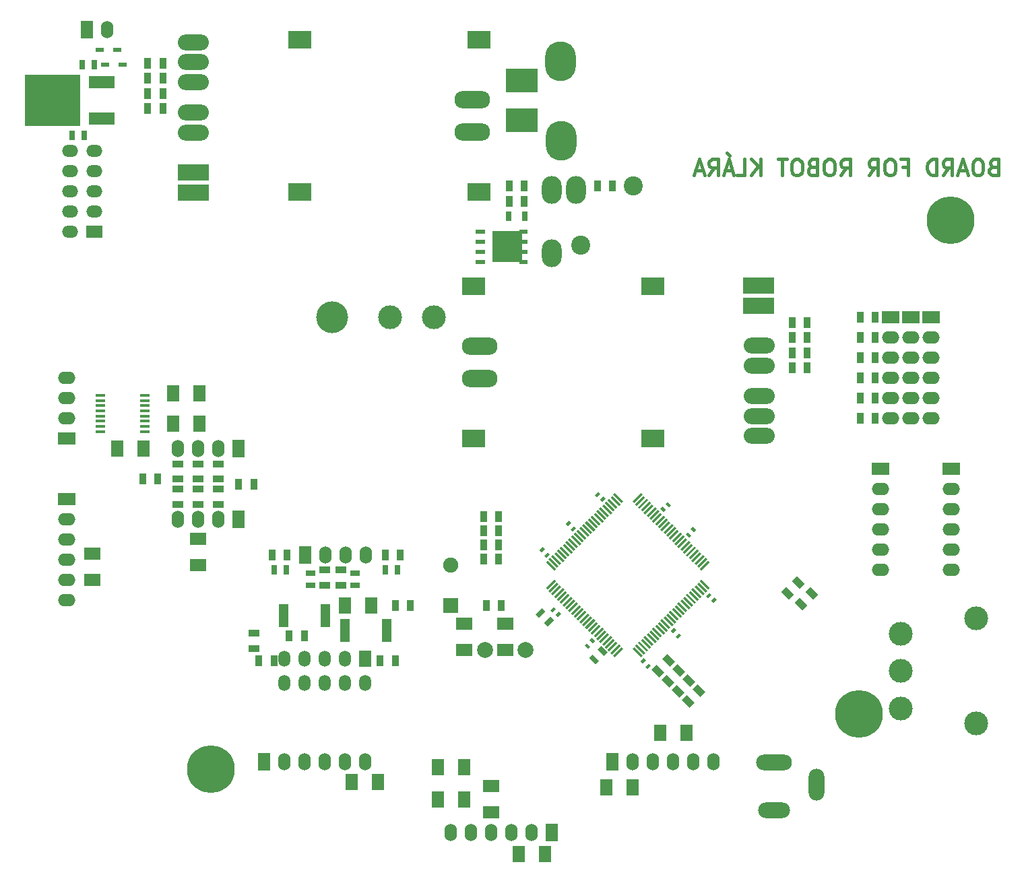
<source format=gbr>
G04 #@! TF.FileFunction,Soldermask,Bot*
%FSLAX46Y46*%
G04 Gerber Fmt 4.6, Leading zero omitted, Abs format (unit mm)*
G04 Created by KiCad (PCBNEW (2015-10-27 BZR 6284, Git 48df08c)-product) date Wed 09 Dec 2015 03:30:12 AM CET*
%MOMM*%
G01*
G04 APERTURE LIST*
%ADD10C,0.100000*%
%ADD11C,0.400000*%
%ADD12R,3.900000X2.000000*%
%ADD13O,3.900000X2.000000*%
%ADD14O,4.500000X2.200000*%
%ADD15R,3.000000X2.300000*%
%ADD16R,1.270000X0.381000*%
%ADD17R,0.889000X1.397000*%
%ADD18R,2.199640X1.524000*%
%ADD19O,2.199640X1.524000*%
%ADD20R,1.524000X2.199640*%
%ADD21O,1.524000X2.199640*%
%ADD22R,2.032000X1.524000*%
%ADD23C,1.998980*%
%ADD24R,0.635000X1.143000*%
%ADD25R,1.524000X2.032000*%
%ADD26R,1.143000X0.635000*%
%ADD27R,1.000760X0.599440*%
%ADD28R,0.800100X1.300480*%
%ADD29O,1.998980X4.000500*%
%ADD30O,4.000500X1.998980*%
%ADD31O,4.500880X1.998980*%
%ADD32R,1.905000X1.905000*%
%ADD33C,1.905000*%
%ADD34O,1.500000X2.000000*%
%ADD35R,1.500000X2.000000*%
%ADD36O,2.000000X1.500000*%
%ADD37R,2.000000X1.500000*%
%ADD38C,4.000000*%
%ADD39C,3.000000*%
%ADD40R,1.270000X0.610000*%
%ADD41R,1.020000X0.610000*%
%ADD42R,3.810000X3.910000*%
%ADD43R,1.397000X0.889000*%
%ADD44O,2.500000X3.500000*%
%ADD45C,2.400000*%
%ADD46R,3.200400X1.600200*%
%ADD47R,7.000240X6.499860*%
%ADD48R,1.249680X2.999740*%
%ADD49O,3.900000X5.000000*%
%ADD50C,6.000000*%
G04 APERTURE END LIST*
D10*
D11*
X184333335Y-64257143D02*
X184047621Y-64352381D01*
X183952382Y-64447619D01*
X183857144Y-64638095D01*
X183857144Y-64923810D01*
X183952382Y-65114286D01*
X184047621Y-65209524D01*
X184238097Y-65304762D01*
X185000002Y-65304762D01*
X185000002Y-63304762D01*
X184333335Y-63304762D01*
X184142859Y-63400000D01*
X184047621Y-63495238D01*
X183952382Y-63685714D01*
X183952382Y-63876190D01*
X184047621Y-64066667D01*
X184142859Y-64161905D01*
X184333335Y-64257143D01*
X185000002Y-64257143D01*
X182619049Y-63304762D02*
X182238097Y-63304762D01*
X182047621Y-63400000D01*
X181857144Y-63590476D01*
X181761906Y-63971429D01*
X181761906Y-64638095D01*
X181857144Y-65019048D01*
X182047621Y-65209524D01*
X182238097Y-65304762D01*
X182619049Y-65304762D01*
X182809525Y-65209524D01*
X183000002Y-65019048D01*
X183095240Y-64638095D01*
X183095240Y-63971429D01*
X183000002Y-63590476D01*
X182809525Y-63400000D01*
X182619049Y-63304762D01*
X181000002Y-64733333D02*
X180047621Y-64733333D01*
X181190478Y-65304762D02*
X180523811Y-63304762D01*
X179857144Y-65304762D01*
X178047620Y-65304762D02*
X178714287Y-64352381D01*
X179190478Y-65304762D02*
X179190478Y-63304762D01*
X178428573Y-63304762D01*
X178238097Y-63400000D01*
X178142858Y-63495238D01*
X178047620Y-63685714D01*
X178047620Y-63971429D01*
X178142858Y-64161905D01*
X178238097Y-64257143D01*
X178428573Y-64352381D01*
X179190478Y-64352381D01*
X177190478Y-65304762D02*
X177190478Y-63304762D01*
X176714287Y-63304762D01*
X176428573Y-63400000D01*
X176238097Y-63590476D01*
X176142858Y-63780952D01*
X176047620Y-64161905D01*
X176047620Y-64447619D01*
X176142858Y-64828571D01*
X176238097Y-65019048D01*
X176428573Y-65209524D01*
X176714287Y-65304762D01*
X177190478Y-65304762D01*
X173000001Y-64257143D02*
X173666668Y-64257143D01*
X173666668Y-65304762D02*
X173666668Y-63304762D01*
X172714287Y-63304762D01*
X171571429Y-63304762D02*
X171190477Y-63304762D01*
X171000001Y-63400000D01*
X170809524Y-63590476D01*
X170714286Y-63971429D01*
X170714286Y-64638095D01*
X170809524Y-65019048D01*
X171000001Y-65209524D01*
X171190477Y-65304762D01*
X171571429Y-65304762D01*
X171761905Y-65209524D01*
X171952382Y-65019048D01*
X172047620Y-64638095D01*
X172047620Y-63971429D01*
X171952382Y-63590476D01*
X171761905Y-63400000D01*
X171571429Y-63304762D01*
X168714286Y-65304762D02*
X169380953Y-64352381D01*
X169857144Y-65304762D02*
X169857144Y-63304762D01*
X169095239Y-63304762D01*
X168904763Y-63400000D01*
X168809524Y-63495238D01*
X168714286Y-63685714D01*
X168714286Y-63971429D01*
X168809524Y-64161905D01*
X168904763Y-64257143D01*
X169095239Y-64352381D01*
X169857144Y-64352381D01*
X165190476Y-65304762D02*
X165857143Y-64352381D01*
X166333334Y-65304762D02*
X166333334Y-63304762D01*
X165571429Y-63304762D01*
X165380953Y-63400000D01*
X165285714Y-63495238D01*
X165190476Y-63685714D01*
X165190476Y-63971429D01*
X165285714Y-64161905D01*
X165380953Y-64257143D01*
X165571429Y-64352381D01*
X166333334Y-64352381D01*
X163952381Y-63304762D02*
X163571429Y-63304762D01*
X163380953Y-63400000D01*
X163190476Y-63590476D01*
X163095238Y-63971429D01*
X163095238Y-64638095D01*
X163190476Y-65019048D01*
X163380953Y-65209524D01*
X163571429Y-65304762D01*
X163952381Y-65304762D01*
X164142857Y-65209524D01*
X164333334Y-65019048D01*
X164428572Y-64638095D01*
X164428572Y-63971429D01*
X164333334Y-63590476D01*
X164142857Y-63400000D01*
X163952381Y-63304762D01*
X161571429Y-64257143D02*
X161285715Y-64352381D01*
X161190476Y-64447619D01*
X161095238Y-64638095D01*
X161095238Y-64923810D01*
X161190476Y-65114286D01*
X161285715Y-65209524D01*
X161476191Y-65304762D01*
X162238096Y-65304762D01*
X162238096Y-63304762D01*
X161571429Y-63304762D01*
X161380953Y-63400000D01*
X161285715Y-63495238D01*
X161190476Y-63685714D01*
X161190476Y-63876190D01*
X161285715Y-64066667D01*
X161380953Y-64161905D01*
X161571429Y-64257143D01*
X162238096Y-64257143D01*
X159857143Y-63304762D02*
X159476191Y-63304762D01*
X159285715Y-63400000D01*
X159095238Y-63590476D01*
X159000000Y-63971429D01*
X159000000Y-64638095D01*
X159095238Y-65019048D01*
X159285715Y-65209524D01*
X159476191Y-65304762D01*
X159857143Y-65304762D01*
X160047619Y-65209524D01*
X160238096Y-65019048D01*
X160333334Y-64638095D01*
X160333334Y-63971429D01*
X160238096Y-63590476D01*
X160047619Y-63400000D01*
X159857143Y-63304762D01*
X158428572Y-63304762D02*
X157285715Y-63304762D01*
X157857143Y-65304762D02*
X157857143Y-63304762D01*
X155095238Y-65304762D02*
X155095238Y-63304762D01*
X153952380Y-65304762D02*
X154809523Y-64161905D01*
X153952380Y-63304762D02*
X155095238Y-64447619D01*
X152142857Y-65304762D02*
X153095238Y-65304762D01*
X153095238Y-63304762D01*
X151571428Y-64733333D02*
X150619047Y-64733333D01*
X151761904Y-65304762D02*
X151095237Y-63304762D01*
X150428570Y-65304762D01*
X150904761Y-62542857D02*
X151190475Y-62828571D01*
X148619046Y-65304762D02*
X149285713Y-64352381D01*
X149761904Y-65304762D02*
X149761904Y-63304762D01*
X148999999Y-63304762D01*
X148809523Y-63400000D01*
X148714284Y-63495238D01*
X148619046Y-63685714D01*
X148619046Y-63971429D01*
X148714284Y-64161905D01*
X148809523Y-64257143D01*
X148999999Y-64352381D01*
X149761904Y-64352381D01*
X147857142Y-64733333D02*
X146904761Y-64733333D01*
X148047618Y-65304762D02*
X147380951Y-63304762D01*
X146714284Y-65304762D01*
D10*
G36*
X128106241Y-113943654D02*
X128318373Y-113731522D01*
X129379033Y-114792182D01*
X129166901Y-115004314D01*
X128106241Y-113943654D01*
X128106241Y-113943654D01*
G37*
G36*
X128459794Y-113590101D02*
X128671926Y-113377969D01*
X129732586Y-114438629D01*
X129520454Y-114650761D01*
X128459794Y-113590101D01*
X128459794Y-113590101D01*
G37*
G36*
X128813348Y-113236548D02*
X129025480Y-113024416D01*
X130086140Y-114085076D01*
X129874008Y-114297208D01*
X128813348Y-113236548D01*
X128813348Y-113236548D01*
G37*
G36*
X129166901Y-112882994D02*
X129379033Y-112670862D01*
X130439693Y-113731522D01*
X130227561Y-113943654D01*
X129166901Y-112882994D01*
X129166901Y-112882994D01*
G37*
G36*
X129520455Y-112529441D02*
X129732587Y-112317309D01*
X130793247Y-113377969D01*
X130581115Y-113590101D01*
X129520455Y-112529441D01*
X129520455Y-112529441D01*
G37*
G36*
X129874008Y-112175888D02*
X130086140Y-111963756D01*
X131146800Y-113024416D01*
X130934668Y-113236548D01*
X129874008Y-112175888D01*
X129874008Y-112175888D01*
G37*
G36*
X130227561Y-111822334D02*
X130439693Y-111610202D01*
X131500353Y-112670862D01*
X131288221Y-112882994D01*
X130227561Y-111822334D01*
X130227561Y-111822334D01*
G37*
G36*
X130581115Y-111468781D02*
X130793247Y-111256649D01*
X131853907Y-112317309D01*
X131641775Y-112529441D01*
X130581115Y-111468781D01*
X130581115Y-111468781D01*
G37*
G36*
X130934668Y-111115227D02*
X131146800Y-110903095D01*
X132207460Y-111963755D01*
X131995328Y-112175887D01*
X130934668Y-111115227D01*
X130934668Y-111115227D01*
G37*
G36*
X131288222Y-110761674D02*
X131500354Y-110549542D01*
X132561014Y-111610202D01*
X132348882Y-111822334D01*
X131288222Y-110761674D01*
X131288222Y-110761674D01*
G37*
G36*
X131641775Y-110408121D02*
X131853907Y-110195989D01*
X132914567Y-111256649D01*
X132702435Y-111468781D01*
X131641775Y-110408121D01*
X131641775Y-110408121D01*
G37*
G36*
X131995328Y-110054567D02*
X132207460Y-109842435D01*
X133268120Y-110903095D01*
X133055988Y-111115227D01*
X131995328Y-110054567D01*
X131995328Y-110054567D01*
G37*
G36*
X132348882Y-109701014D02*
X132561014Y-109488882D01*
X133621674Y-110549542D01*
X133409542Y-110761674D01*
X132348882Y-109701014D01*
X132348882Y-109701014D01*
G37*
G36*
X132702435Y-109347460D02*
X132914567Y-109135328D01*
X133975227Y-110195988D01*
X133763095Y-110408120D01*
X132702435Y-109347460D01*
X132702435Y-109347460D01*
G37*
G36*
X133055989Y-108993907D02*
X133268121Y-108781775D01*
X134328781Y-109842435D01*
X134116649Y-110054567D01*
X133055989Y-108993907D01*
X133055989Y-108993907D01*
G37*
G36*
X133409542Y-108640354D02*
X133621674Y-108428222D01*
X134682334Y-109488882D01*
X134470202Y-109701014D01*
X133409542Y-108640354D01*
X133409542Y-108640354D01*
G37*
G36*
X133763095Y-108286800D02*
X133975227Y-108074668D01*
X135035887Y-109135328D01*
X134823755Y-109347460D01*
X133763095Y-108286800D01*
X133763095Y-108286800D01*
G37*
G36*
X134116649Y-107933247D02*
X134328781Y-107721115D01*
X135389441Y-108781775D01*
X135177309Y-108993907D01*
X134116649Y-107933247D01*
X134116649Y-107933247D01*
G37*
G36*
X134470202Y-107579693D02*
X134682334Y-107367561D01*
X135742994Y-108428221D01*
X135530862Y-108640353D01*
X134470202Y-107579693D01*
X134470202Y-107579693D01*
G37*
G36*
X134823756Y-107226140D02*
X135035888Y-107014008D01*
X136096548Y-108074668D01*
X135884416Y-108286800D01*
X134823756Y-107226140D01*
X134823756Y-107226140D01*
G37*
G36*
X135177309Y-106872587D02*
X135389441Y-106660455D01*
X136450101Y-107721115D01*
X136237969Y-107933247D01*
X135177309Y-106872587D01*
X135177309Y-106872587D01*
G37*
G36*
X135530862Y-106519033D02*
X135742994Y-106306901D01*
X136803654Y-107367561D01*
X136591522Y-107579693D01*
X135530862Y-106519033D01*
X135530862Y-106519033D01*
G37*
G36*
X135884416Y-106165480D02*
X136096548Y-105953348D01*
X137157208Y-107014008D01*
X136945076Y-107226140D01*
X135884416Y-106165480D01*
X135884416Y-106165480D01*
G37*
G36*
X136237969Y-105811926D02*
X136450101Y-105599794D01*
X137510761Y-106660454D01*
X137298629Y-106872586D01*
X136237969Y-105811926D01*
X136237969Y-105811926D01*
G37*
G36*
X136591522Y-105458373D02*
X136803654Y-105246241D01*
X137864314Y-106306901D01*
X137652182Y-106519033D01*
X136591522Y-105458373D01*
X136591522Y-105458373D01*
G37*
G36*
X140056346Y-105246241D02*
X140268478Y-105458373D01*
X139207818Y-106519033D01*
X138995686Y-106306901D01*
X140056346Y-105246241D01*
X140056346Y-105246241D01*
G37*
G36*
X140409899Y-105599794D02*
X140622031Y-105811926D01*
X139561371Y-106872586D01*
X139349239Y-106660454D01*
X140409899Y-105599794D01*
X140409899Y-105599794D01*
G37*
G36*
X140763452Y-105953348D02*
X140975584Y-106165480D01*
X139914924Y-107226140D01*
X139702792Y-107014008D01*
X140763452Y-105953348D01*
X140763452Y-105953348D01*
G37*
G36*
X141117006Y-106306901D02*
X141329138Y-106519033D01*
X140268478Y-107579693D01*
X140056346Y-107367561D01*
X141117006Y-106306901D01*
X141117006Y-106306901D01*
G37*
G36*
X141470559Y-106660455D02*
X141682691Y-106872587D01*
X140622031Y-107933247D01*
X140409899Y-107721115D01*
X141470559Y-106660455D01*
X141470559Y-106660455D01*
G37*
G36*
X141824112Y-107014008D02*
X142036244Y-107226140D01*
X140975584Y-108286800D01*
X140763452Y-108074668D01*
X141824112Y-107014008D01*
X141824112Y-107014008D01*
G37*
G36*
X142177666Y-107367561D02*
X142389798Y-107579693D01*
X141329138Y-108640353D01*
X141117006Y-108428221D01*
X142177666Y-107367561D01*
X142177666Y-107367561D01*
G37*
G36*
X142531219Y-107721115D02*
X142743351Y-107933247D01*
X141682691Y-108993907D01*
X141470559Y-108781775D01*
X142531219Y-107721115D01*
X142531219Y-107721115D01*
G37*
G36*
X142884773Y-108074668D02*
X143096905Y-108286800D01*
X142036245Y-109347460D01*
X141824113Y-109135328D01*
X142884773Y-108074668D01*
X142884773Y-108074668D01*
G37*
G36*
X143238326Y-108428222D02*
X143450458Y-108640354D01*
X142389798Y-109701014D01*
X142177666Y-109488882D01*
X143238326Y-108428222D01*
X143238326Y-108428222D01*
G37*
G36*
X143591879Y-108781775D02*
X143804011Y-108993907D01*
X142743351Y-110054567D01*
X142531219Y-109842435D01*
X143591879Y-108781775D01*
X143591879Y-108781775D01*
G37*
G36*
X143945433Y-109135328D02*
X144157565Y-109347460D01*
X143096905Y-110408120D01*
X142884773Y-110195988D01*
X143945433Y-109135328D01*
X143945433Y-109135328D01*
G37*
G36*
X144298986Y-109488882D02*
X144511118Y-109701014D01*
X143450458Y-110761674D01*
X143238326Y-110549542D01*
X144298986Y-109488882D01*
X144298986Y-109488882D01*
G37*
G36*
X144652540Y-109842435D02*
X144864672Y-110054567D01*
X143804012Y-111115227D01*
X143591880Y-110903095D01*
X144652540Y-109842435D01*
X144652540Y-109842435D01*
G37*
G36*
X145006093Y-110195989D02*
X145218225Y-110408121D01*
X144157565Y-111468781D01*
X143945433Y-111256649D01*
X145006093Y-110195989D01*
X145006093Y-110195989D01*
G37*
G36*
X145359646Y-110549542D02*
X145571778Y-110761674D01*
X144511118Y-111822334D01*
X144298986Y-111610202D01*
X145359646Y-110549542D01*
X145359646Y-110549542D01*
G37*
G36*
X145713200Y-110903095D02*
X145925332Y-111115227D01*
X144864672Y-112175887D01*
X144652540Y-111963755D01*
X145713200Y-110903095D01*
X145713200Y-110903095D01*
G37*
G36*
X146066753Y-111256649D02*
X146278885Y-111468781D01*
X145218225Y-112529441D01*
X145006093Y-112317309D01*
X146066753Y-111256649D01*
X146066753Y-111256649D01*
G37*
G36*
X146420307Y-111610202D02*
X146632439Y-111822334D01*
X145571779Y-112882994D01*
X145359647Y-112670862D01*
X146420307Y-111610202D01*
X146420307Y-111610202D01*
G37*
G36*
X146773860Y-111963756D02*
X146985992Y-112175888D01*
X145925332Y-113236548D01*
X145713200Y-113024416D01*
X146773860Y-111963756D01*
X146773860Y-111963756D01*
G37*
G36*
X147127413Y-112317309D02*
X147339545Y-112529441D01*
X146278885Y-113590101D01*
X146066753Y-113377969D01*
X147127413Y-112317309D01*
X147127413Y-112317309D01*
G37*
G36*
X147480967Y-112670862D02*
X147693099Y-112882994D01*
X146632439Y-113943654D01*
X146420307Y-113731522D01*
X147480967Y-112670862D01*
X147480967Y-112670862D01*
G37*
G36*
X147834520Y-113024416D02*
X148046652Y-113236548D01*
X146985992Y-114297208D01*
X146773860Y-114085076D01*
X147834520Y-113024416D01*
X147834520Y-113024416D01*
G37*
G36*
X148188074Y-113377969D02*
X148400206Y-113590101D01*
X147339546Y-114650761D01*
X147127414Y-114438629D01*
X148188074Y-113377969D01*
X148188074Y-113377969D01*
G37*
G36*
X148541627Y-113731522D02*
X148753759Y-113943654D01*
X147693099Y-115004314D01*
X147480967Y-114792182D01*
X148541627Y-113731522D01*
X148541627Y-113731522D01*
G37*
G36*
X147480967Y-116347818D02*
X147693099Y-116135686D01*
X148753759Y-117196346D01*
X148541627Y-117408478D01*
X147480967Y-116347818D01*
X147480967Y-116347818D01*
G37*
G36*
X147127414Y-116701371D02*
X147339546Y-116489239D01*
X148400206Y-117549899D01*
X148188074Y-117762031D01*
X147127414Y-116701371D01*
X147127414Y-116701371D01*
G37*
G36*
X146773860Y-117054924D02*
X146985992Y-116842792D01*
X148046652Y-117903452D01*
X147834520Y-118115584D01*
X146773860Y-117054924D01*
X146773860Y-117054924D01*
G37*
G36*
X146420307Y-117408478D02*
X146632439Y-117196346D01*
X147693099Y-118257006D01*
X147480967Y-118469138D01*
X146420307Y-117408478D01*
X146420307Y-117408478D01*
G37*
G36*
X146066753Y-117762031D02*
X146278885Y-117549899D01*
X147339545Y-118610559D01*
X147127413Y-118822691D01*
X146066753Y-117762031D01*
X146066753Y-117762031D01*
G37*
G36*
X145713200Y-118115584D02*
X145925332Y-117903452D01*
X146985992Y-118964112D01*
X146773860Y-119176244D01*
X145713200Y-118115584D01*
X145713200Y-118115584D01*
G37*
G36*
X145359647Y-118469138D02*
X145571779Y-118257006D01*
X146632439Y-119317666D01*
X146420307Y-119529798D01*
X145359647Y-118469138D01*
X145359647Y-118469138D01*
G37*
G36*
X145006093Y-118822691D02*
X145218225Y-118610559D01*
X146278885Y-119671219D01*
X146066753Y-119883351D01*
X145006093Y-118822691D01*
X145006093Y-118822691D01*
G37*
G36*
X144652540Y-119176245D02*
X144864672Y-118964113D01*
X145925332Y-120024773D01*
X145713200Y-120236905D01*
X144652540Y-119176245D01*
X144652540Y-119176245D01*
G37*
G36*
X144298986Y-119529798D02*
X144511118Y-119317666D01*
X145571778Y-120378326D01*
X145359646Y-120590458D01*
X144298986Y-119529798D01*
X144298986Y-119529798D01*
G37*
G36*
X143945433Y-119883351D02*
X144157565Y-119671219D01*
X145218225Y-120731879D01*
X145006093Y-120944011D01*
X143945433Y-119883351D01*
X143945433Y-119883351D01*
G37*
G36*
X143591880Y-120236905D02*
X143804012Y-120024773D01*
X144864672Y-121085433D01*
X144652540Y-121297565D01*
X143591880Y-120236905D01*
X143591880Y-120236905D01*
G37*
G36*
X143238326Y-120590458D02*
X143450458Y-120378326D01*
X144511118Y-121438986D01*
X144298986Y-121651118D01*
X143238326Y-120590458D01*
X143238326Y-120590458D01*
G37*
G36*
X142884773Y-120944012D02*
X143096905Y-120731880D01*
X144157565Y-121792540D01*
X143945433Y-122004672D01*
X142884773Y-120944012D01*
X142884773Y-120944012D01*
G37*
G36*
X142531219Y-121297565D02*
X142743351Y-121085433D01*
X143804011Y-122146093D01*
X143591879Y-122358225D01*
X142531219Y-121297565D01*
X142531219Y-121297565D01*
G37*
G36*
X142177666Y-121651118D02*
X142389798Y-121438986D01*
X143450458Y-122499646D01*
X143238326Y-122711778D01*
X142177666Y-121651118D01*
X142177666Y-121651118D01*
G37*
G36*
X141824113Y-122004672D02*
X142036245Y-121792540D01*
X143096905Y-122853200D01*
X142884773Y-123065332D01*
X141824113Y-122004672D01*
X141824113Y-122004672D01*
G37*
G36*
X141470559Y-122358225D02*
X141682691Y-122146093D01*
X142743351Y-123206753D01*
X142531219Y-123418885D01*
X141470559Y-122358225D01*
X141470559Y-122358225D01*
G37*
G36*
X141117006Y-122711779D02*
X141329138Y-122499647D01*
X142389798Y-123560307D01*
X142177666Y-123772439D01*
X141117006Y-122711779D01*
X141117006Y-122711779D01*
G37*
G36*
X140763452Y-123065332D02*
X140975584Y-122853200D01*
X142036244Y-123913860D01*
X141824112Y-124125992D01*
X140763452Y-123065332D01*
X140763452Y-123065332D01*
G37*
G36*
X140409899Y-123418885D02*
X140622031Y-123206753D01*
X141682691Y-124267413D01*
X141470559Y-124479545D01*
X140409899Y-123418885D01*
X140409899Y-123418885D01*
G37*
G36*
X140056346Y-123772439D02*
X140268478Y-123560307D01*
X141329138Y-124620967D01*
X141117006Y-124833099D01*
X140056346Y-123772439D01*
X140056346Y-123772439D01*
G37*
G36*
X139702792Y-124125992D02*
X139914924Y-123913860D01*
X140975584Y-124974520D01*
X140763452Y-125186652D01*
X139702792Y-124125992D01*
X139702792Y-124125992D01*
G37*
G36*
X139349239Y-124479546D02*
X139561371Y-124267414D01*
X140622031Y-125328074D01*
X140409899Y-125540206D01*
X139349239Y-124479546D01*
X139349239Y-124479546D01*
G37*
G36*
X138995686Y-124833099D02*
X139207818Y-124620967D01*
X140268478Y-125681627D01*
X140056346Y-125893759D01*
X138995686Y-124833099D01*
X138995686Y-124833099D01*
G37*
G36*
X137652182Y-124620967D02*
X137864314Y-124833099D01*
X136803654Y-125893759D01*
X136591522Y-125681627D01*
X137652182Y-124620967D01*
X137652182Y-124620967D01*
G37*
G36*
X137298629Y-124267414D02*
X137510761Y-124479546D01*
X136450101Y-125540206D01*
X136237969Y-125328074D01*
X137298629Y-124267414D01*
X137298629Y-124267414D01*
G37*
G36*
X136945076Y-123913860D02*
X137157208Y-124125992D01*
X136096548Y-125186652D01*
X135884416Y-124974520D01*
X136945076Y-123913860D01*
X136945076Y-123913860D01*
G37*
G36*
X136591522Y-123560307D02*
X136803654Y-123772439D01*
X135742994Y-124833099D01*
X135530862Y-124620967D01*
X136591522Y-123560307D01*
X136591522Y-123560307D01*
G37*
G36*
X136237969Y-123206753D02*
X136450101Y-123418885D01*
X135389441Y-124479545D01*
X135177309Y-124267413D01*
X136237969Y-123206753D01*
X136237969Y-123206753D01*
G37*
G36*
X135884416Y-122853200D02*
X136096548Y-123065332D01*
X135035888Y-124125992D01*
X134823756Y-123913860D01*
X135884416Y-122853200D01*
X135884416Y-122853200D01*
G37*
G36*
X135530862Y-122499647D02*
X135742994Y-122711779D01*
X134682334Y-123772439D01*
X134470202Y-123560307D01*
X135530862Y-122499647D01*
X135530862Y-122499647D01*
G37*
G36*
X135177309Y-122146093D02*
X135389441Y-122358225D01*
X134328781Y-123418885D01*
X134116649Y-123206753D01*
X135177309Y-122146093D01*
X135177309Y-122146093D01*
G37*
G36*
X134823755Y-121792540D02*
X135035887Y-122004672D01*
X133975227Y-123065332D01*
X133763095Y-122853200D01*
X134823755Y-121792540D01*
X134823755Y-121792540D01*
G37*
G36*
X134470202Y-121438986D02*
X134682334Y-121651118D01*
X133621674Y-122711778D01*
X133409542Y-122499646D01*
X134470202Y-121438986D01*
X134470202Y-121438986D01*
G37*
G36*
X134116649Y-121085433D02*
X134328781Y-121297565D01*
X133268121Y-122358225D01*
X133055989Y-122146093D01*
X134116649Y-121085433D01*
X134116649Y-121085433D01*
G37*
G36*
X133763095Y-120731880D02*
X133975227Y-120944012D01*
X132914567Y-122004672D01*
X132702435Y-121792540D01*
X133763095Y-120731880D01*
X133763095Y-120731880D01*
G37*
G36*
X133409542Y-120378326D02*
X133621674Y-120590458D01*
X132561014Y-121651118D01*
X132348882Y-121438986D01*
X133409542Y-120378326D01*
X133409542Y-120378326D01*
G37*
G36*
X133055988Y-120024773D02*
X133268120Y-120236905D01*
X132207460Y-121297565D01*
X131995328Y-121085433D01*
X133055988Y-120024773D01*
X133055988Y-120024773D01*
G37*
G36*
X132702435Y-119671219D02*
X132914567Y-119883351D01*
X131853907Y-120944011D01*
X131641775Y-120731879D01*
X132702435Y-119671219D01*
X132702435Y-119671219D01*
G37*
G36*
X132348882Y-119317666D02*
X132561014Y-119529798D01*
X131500354Y-120590458D01*
X131288222Y-120378326D01*
X132348882Y-119317666D01*
X132348882Y-119317666D01*
G37*
G36*
X131995328Y-118964113D02*
X132207460Y-119176245D01*
X131146800Y-120236905D01*
X130934668Y-120024773D01*
X131995328Y-118964113D01*
X131995328Y-118964113D01*
G37*
G36*
X131641775Y-118610559D02*
X131853907Y-118822691D01*
X130793247Y-119883351D01*
X130581115Y-119671219D01*
X131641775Y-118610559D01*
X131641775Y-118610559D01*
G37*
G36*
X131288221Y-118257006D02*
X131500353Y-118469138D01*
X130439693Y-119529798D01*
X130227561Y-119317666D01*
X131288221Y-118257006D01*
X131288221Y-118257006D01*
G37*
G36*
X130934668Y-117903452D02*
X131146800Y-118115584D01*
X130086140Y-119176244D01*
X129874008Y-118964112D01*
X130934668Y-117903452D01*
X130934668Y-117903452D01*
G37*
G36*
X130581115Y-117549899D02*
X130793247Y-117762031D01*
X129732587Y-118822691D01*
X129520455Y-118610559D01*
X130581115Y-117549899D01*
X130581115Y-117549899D01*
G37*
G36*
X130227561Y-117196346D02*
X130439693Y-117408478D01*
X129379033Y-118469138D01*
X129166901Y-118257006D01*
X130227561Y-117196346D01*
X130227561Y-117196346D01*
G37*
G36*
X129874008Y-116842792D02*
X130086140Y-117054924D01*
X129025480Y-118115584D01*
X128813348Y-117903452D01*
X129874008Y-116842792D01*
X129874008Y-116842792D01*
G37*
G36*
X129520454Y-116489239D02*
X129732586Y-116701371D01*
X128671926Y-117762031D01*
X128459794Y-117549899D01*
X129520454Y-116489239D01*
X129520454Y-116489239D01*
G37*
G36*
X129166901Y-116135686D02*
X129379033Y-116347818D01*
X128318373Y-117408478D01*
X128106241Y-117196346D01*
X129166901Y-116135686D01*
X129166901Y-116135686D01*
G37*
D12*
X154890000Y-79200000D03*
D13*
X154940000Y-98100000D03*
X154940000Y-95600000D03*
X154940000Y-93100000D03*
X154940000Y-86700000D03*
X154940000Y-89300000D03*
D14*
X119840000Y-86800000D03*
D15*
X141540000Y-98400000D03*
X119040000Y-79250000D03*
X119040000Y-98400000D03*
X141540000Y-79250000D03*
D14*
X119840000Y-90900000D03*
D12*
X154890000Y-81700000D03*
D16*
X72130920Y-97525840D03*
X72130920Y-96875600D03*
X72130920Y-96225360D03*
X72130920Y-95575120D03*
X72130920Y-94924880D03*
X72130920Y-94274640D03*
X72130920Y-93624400D03*
X72130920Y-92974160D03*
X77729080Y-92974160D03*
X77729080Y-93624400D03*
X77729080Y-94274640D03*
X77729080Y-94924880D03*
X77729080Y-95575120D03*
X77729080Y-96225360D03*
X77729080Y-96875600D03*
X77729080Y-97525840D03*
D17*
X91440000Y-104140000D03*
X89535000Y-104140000D03*
D18*
X179070000Y-102235000D03*
D19*
X179070000Y-104775000D03*
X179070000Y-107315000D03*
X179070000Y-109855000D03*
X179070000Y-112395000D03*
X179070000Y-114935000D03*
D18*
X170180000Y-102235000D03*
D19*
X170180000Y-104775000D03*
X170180000Y-107315000D03*
X170180000Y-109855000D03*
X170180000Y-112395000D03*
X170180000Y-114935000D03*
D10*
G36*
X160376567Y-120011261D02*
X159388739Y-119023433D01*
X160017357Y-118394815D01*
X161005185Y-119382643D01*
X160376567Y-120011261D01*
X160376567Y-120011261D01*
G37*
G36*
X161723605Y-118664223D02*
X160735777Y-117676395D01*
X161364395Y-117047777D01*
X162352223Y-118035605D01*
X161723605Y-118664223D01*
X161723605Y-118664223D01*
G37*
D20*
X92710000Y-139065000D03*
D21*
X95250000Y-139065000D03*
X97790000Y-139065000D03*
X100330000Y-139065000D03*
X102870000Y-139065000D03*
X105410000Y-139065000D03*
D22*
X117856000Y-124968000D03*
X117856000Y-121666000D03*
X123063000Y-124968000D03*
X123063000Y-121666000D03*
D23*
X125603000Y-124968000D03*
X120523000Y-124968000D03*
D10*
G36*
X128622924Y-112959056D02*
X128199056Y-113382924D01*
X127917076Y-113100944D01*
X128340944Y-112677076D01*
X128622924Y-112959056D01*
X128622924Y-112959056D01*
G37*
G36*
X127987122Y-112323254D02*
X127563254Y-112747122D01*
X127281274Y-112465142D01*
X127705142Y-112041274D01*
X127987122Y-112323254D01*
X127987122Y-112323254D01*
G37*
G36*
X131924924Y-109657056D02*
X131501056Y-110080924D01*
X131219076Y-109798944D01*
X131642944Y-109375076D01*
X131924924Y-109657056D01*
X131924924Y-109657056D01*
G37*
G36*
X131289122Y-109021254D02*
X130865254Y-109445122D01*
X130583274Y-109163142D01*
X131007142Y-108739274D01*
X131289122Y-109021254D01*
X131289122Y-109021254D01*
G37*
G36*
X146120944Y-110842924D02*
X145697076Y-110419056D01*
X145979056Y-110137076D01*
X146402924Y-110560944D01*
X146120944Y-110842924D01*
X146120944Y-110842924D01*
G37*
G36*
X146756746Y-110207122D02*
X146332878Y-109783254D01*
X146614858Y-109501274D01*
X147038726Y-109925142D01*
X146756746Y-110207122D01*
X146756746Y-110207122D01*
G37*
G36*
X148237076Y-118180944D02*
X148660944Y-117757076D01*
X148942924Y-118039056D01*
X148519056Y-118462924D01*
X148237076Y-118180944D01*
X148237076Y-118180944D01*
G37*
G36*
X148872878Y-118816746D02*
X149296746Y-118392878D01*
X149578726Y-118674858D01*
X149154858Y-119098726D01*
X148872878Y-118816746D01*
X148872878Y-118816746D01*
G37*
G36*
X141323726Y-126929858D02*
X140899858Y-127353726D01*
X140617878Y-127071746D01*
X141041746Y-126647878D01*
X141323726Y-126929858D01*
X141323726Y-126929858D01*
G37*
G36*
X140687924Y-126294056D02*
X140264056Y-126717924D01*
X139982076Y-126435944D01*
X140405944Y-126012076D01*
X140687924Y-126294056D01*
X140687924Y-126294056D01*
G37*
G36*
X145132924Y-123119056D02*
X144709056Y-123542924D01*
X144427076Y-123260944D01*
X144850944Y-122837076D01*
X145132924Y-123119056D01*
X145132924Y-123119056D01*
G37*
G36*
X144497122Y-122483254D02*
X144073254Y-122907122D01*
X143791274Y-122625142D01*
X144215142Y-122201274D01*
X144497122Y-122483254D01*
X144497122Y-122483254D01*
G37*
D17*
X169545000Y-88265000D03*
X167640000Y-88265000D03*
X169545000Y-95885000D03*
X167640000Y-95885000D03*
X169545000Y-90805000D03*
X167640000Y-90805000D03*
D24*
X71374000Y-51435000D03*
X69850000Y-51435000D03*
X70104000Y-60325000D03*
X68580000Y-60325000D03*
D25*
X106172000Y-119380000D03*
X102870000Y-119380000D03*
D10*
G36*
X134356975Y-126801248D02*
X133548752Y-125993025D01*
X133997765Y-125544012D01*
X134805988Y-126352235D01*
X134356975Y-126801248D01*
X134356975Y-126801248D01*
G37*
G36*
X135434605Y-125723618D02*
X134626382Y-124915395D01*
X135075395Y-124466382D01*
X135883618Y-125274605D01*
X135434605Y-125723618D01*
X135434605Y-125723618D01*
G37*
G36*
X135607924Y-105974056D02*
X135184056Y-106397924D01*
X134902076Y-106115944D01*
X135325944Y-105692076D01*
X135607924Y-105974056D01*
X135607924Y-105974056D01*
G37*
G36*
X134972122Y-105338254D02*
X134548254Y-105762122D01*
X134266274Y-105480142D01*
X134690142Y-105056274D01*
X134972122Y-105338254D01*
X134972122Y-105338254D01*
G37*
G36*
X142945142Y-107668726D02*
X142521274Y-107244858D01*
X142803254Y-106962878D01*
X143227122Y-107386746D01*
X142945142Y-107668726D01*
X142945142Y-107668726D01*
G37*
G36*
X143580944Y-107032924D02*
X143157076Y-106609056D01*
X143439056Y-106327076D01*
X143862924Y-106750944D01*
X143580944Y-107032924D01*
X143580944Y-107032924D01*
G37*
G36*
X133420944Y-124812924D02*
X132997076Y-124389056D01*
X133279056Y-124107076D01*
X133702924Y-124530944D01*
X133420944Y-124812924D01*
X133420944Y-124812924D01*
G37*
G36*
X134056746Y-124177122D02*
X133632878Y-123753254D01*
X133914858Y-123471274D01*
X134338726Y-123895142D01*
X134056746Y-124177122D01*
X134056746Y-124177122D01*
G37*
G36*
X130020726Y-120452858D02*
X129596858Y-120876726D01*
X129314878Y-120594746D01*
X129738746Y-120170878D01*
X130020726Y-120452858D01*
X130020726Y-120452858D01*
G37*
G36*
X129384924Y-119817056D02*
X128961056Y-120240924D01*
X128679076Y-119958944D01*
X129102944Y-119535076D01*
X129384924Y-119817056D01*
X129384924Y-119817056D01*
G37*
G36*
X129152618Y-121232395D02*
X128344395Y-122040618D01*
X127895382Y-121591605D01*
X128703605Y-120783382D01*
X129152618Y-121232395D01*
X129152618Y-121232395D01*
G37*
G36*
X128074988Y-120154765D02*
X127266765Y-120962988D01*
X126817752Y-120513975D01*
X127625975Y-119705752D01*
X128074988Y-120154765D01*
X128074988Y-120154765D01*
G37*
D24*
X95504000Y-114935000D03*
X93980000Y-114935000D03*
D26*
X98552000Y-115316000D03*
X98552000Y-116840000D03*
X104140000Y-115316000D03*
X104140000Y-116840000D03*
D24*
X107950000Y-114935000D03*
X109474000Y-114935000D03*
D27*
X72095360Y-49530000D03*
X74295000Y-49530000D03*
X72730360Y-51435000D03*
X74930000Y-51435000D03*
D28*
X123459240Y-70485000D03*
X125460760Y-70485000D03*
D17*
X80010000Y-51206106D03*
X78105000Y-51206106D03*
X80010000Y-53111106D03*
X78105000Y-53111106D03*
X80010000Y-56921106D03*
X78105000Y-56921106D03*
X80010000Y-55016106D03*
X78105000Y-55016106D03*
X159067500Y-85725000D03*
X160972500Y-85725000D03*
X159067500Y-87630000D03*
X160972500Y-87630000D03*
X159067500Y-89535000D03*
X160972500Y-89535000D03*
X159067500Y-83820000D03*
X160972500Y-83820000D03*
X122555000Y-119380000D03*
X120650000Y-119380000D03*
D29*
X162145980Y-141914880D03*
D30*
X156845000Y-145166080D03*
D31*
X156845000Y-139164060D03*
D32*
X116205000Y-119380000D03*
D33*
X116205000Y-114300000D03*
D34*
X95250000Y-126115000D03*
X95250000Y-129155000D03*
X97790000Y-129155000D03*
X97790000Y-126115000D03*
D35*
X105410000Y-126115000D03*
D34*
X105410000Y-129155000D03*
X102870000Y-126115000D03*
X102870000Y-129155000D03*
X100330000Y-126115000D03*
X100330000Y-129155000D03*
D20*
X136525000Y-139065000D03*
D21*
X139065000Y-139065000D03*
X141605000Y-139065000D03*
X144145000Y-139065000D03*
X146685000Y-139065000D03*
X149225000Y-139065000D03*
D20*
X128905000Y-147955000D03*
D21*
X126365000Y-147955000D03*
X123825000Y-147955000D03*
X121285000Y-147955000D03*
X118745000Y-147955000D03*
X116205000Y-147955000D03*
D18*
X67945000Y-106045000D03*
D19*
X67945000Y-108585000D03*
X67945000Y-111125000D03*
X67945000Y-113665000D03*
X67945000Y-116205000D03*
X67945000Y-118745000D03*
D36*
X71370000Y-62230000D03*
X68330000Y-62230000D03*
X68330000Y-64770000D03*
X71370000Y-64770000D03*
D37*
X71370000Y-72390000D03*
D36*
X68330000Y-72390000D03*
X71370000Y-69850000D03*
X68330000Y-69850000D03*
X71370000Y-67310000D03*
X68330000Y-67310000D03*
D20*
X89535000Y-108585000D03*
D21*
X86995000Y-108585000D03*
X84455000Y-108585000D03*
X81915000Y-108585000D03*
D20*
X89535000Y-99695000D03*
D21*
X86995000Y-99695000D03*
X84455000Y-99695000D03*
X81915000Y-99695000D03*
D18*
X171450000Y-83185000D03*
D19*
X171450000Y-85725000D03*
X171450000Y-88265000D03*
X171450000Y-90805000D03*
X171450000Y-93345000D03*
X171450000Y-95885000D03*
D20*
X97840800Y-113030000D03*
D21*
X100380800Y-113030000D03*
X102920800Y-113030000D03*
X105460800Y-113030000D03*
D18*
X176530000Y-83185000D03*
D19*
X176530000Y-85725000D03*
X176530000Y-88265000D03*
X176530000Y-90805000D03*
X176530000Y-93345000D03*
X176530000Y-95885000D03*
D18*
X173990000Y-83185000D03*
D19*
X173990000Y-85725000D03*
X173990000Y-88265000D03*
X173990000Y-90805000D03*
X173990000Y-93345000D03*
X173990000Y-95885000D03*
D20*
X70485000Y-46990000D03*
D21*
X73025000Y-46990000D03*
D38*
X101265000Y-83185000D03*
D39*
X108565000Y-83185000D03*
X114065000Y-83185000D03*
D10*
G36*
X123095000Y-51880000D02*
X127095000Y-51880000D01*
X127095000Y-54880000D01*
X123095000Y-54880000D01*
X123095000Y-51880000D01*
X123095000Y-51880000D01*
G37*
G36*
X123095000Y-56880000D02*
X127095000Y-56880000D01*
X127095000Y-59880000D01*
X123095000Y-59880000D01*
X123095000Y-56880000D01*
X123095000Y-56880000D01*
G37*
D18*
X67945000Y-98425000D03*
D19*
X67945000Y-95885000D03*
X67945000Y-93345000D03*
X67945000Y-90805000D03*
D40*
X119885000Y-76200000D03*
X119885000Y-74930000D03*
X119885000Y-73660000D03*
X119885000Y-72390000D03*
D41*
X125350000Y-72390000D03*
X125350000Y-73660000D03*
X125350000Y-74930000D03*
X125350000Y-76200000D03*
D42*
X123245000Y-74295000D03*
D17*
X109220000Y-126365000D03*
X107315000Y-126365000D03*
X95885000Y-123190000D03*
X97790000Y-123190000D03*
X92075000Y-126365000D03*
X93980000Y-126365000D03*
D43*
X91440000Y-124777500D03*
X91440000Y-122872500D03*
D17*
X111125000Y-119380000D03*
X109220000Y-119380000D03*
X169545000Y-83185000D03*
X167640000Y-83185000D03*
X169545000Y-85725000D03*
X167640000Y-85725000D03*
X79375000Y-103505000D03*
X77470000Y-103505000D03*
D43*
X81915000Y-104775000D03*
X81915000Y-106680000D03*
X84455000Y-104775000D03*
X84455000Y-106680000D03*
X86995000Y-104775000D03*
X86995000Y-106680000D03*
X81915000Y-103505000D03*
X81915000Y-101600000D03*
X84455000Y-103505000D03*
X84455000Y-101600000D03*
X86995000Y-103505000D03*
X86995000Y-101600000D03*
D17*
X169545000Y-93345000D03*
X167640000Y-93345000D03*
D10*
G36*
X143407433Y-125479739D02*
X144395261Y-126467567D01*
X143766643Y-127096185D01*
X142778815Y-126108357D01*
X143407433Y-125479739D01*
X143407433Y-125479739D01*
G37*
G36*
X142060395Y-126826777D02*
X143048223Y-127814605D01*
X142419605Y-128443223D01*
X141431777Y-127455395D01*
X142060395Y-126826777D01*
X142060395Y-126826777D01*
G37*
G36*
X144677433Y-126749739D02*
X145665261Y-127737567D01*
X145036643Y-128366185D01*
X144048815Y-127378357D01*
X144677433Y-126749739D01*
X144677433Y-126749739D01*
G37*
G36*
X143330395Y-128096777D02*
X144318223Y-129084605D01*
X143689605Y-129713223D01*
X142701777Y-128725395D01*
X143330395Y-128096777D01*
X143330395Y-128096777D01*
G37*
G36*
X145947433Y-128019739D02*
X146935261Y-129007567D01*
X146306643Y-129636185D01*
X145318815Y-128648357D01*
X145947433Y-128019739D01*
X145947433Y-128019739D01*
G37*
G36*
X144600395Y-129366777D02*
X145588223Y-130354605D01*
X144959605Y-130983223D01*
X143971777Y-129995395D01*
X144600395Y-129366777D01*
X144600395Y-129366777D01*
G37*
G36*
X147217433Y-129289739D02*
X148205261Y-130277567D01*
X147576643Y-130906185D01*
X146588815Y-129918357D01*
X147217433Y-129289739D01*
X147217433Y-129289739D01*
G37*
G36*
X145870395Y-130636777D02*
X146858223Y-131624605D01*
X146229605Y-132253223D01*
X145241777Y-131265395D01*
X145870395Y-130636777D01*
X145870395Y-130636777D01*
G37*
G36*
X158675605Y-118664223D02*
X157687777Y-117676395D01*
X158316395Y-117047777D01*
X159304223Y-118035605D01*
X158675605Y-118664223D01*
X158675605Y-118664223D01*
G37*
G36*
X160022643Y-117317185D02*
X159034815Y-116329357D01*
X159663433Y-115700739D01*
X160651261Y-116688567D01*
X160022643Y-117317185D01*
X160022643Y-117317185D01*
G37*
D17*
X120306261Y-108204000D03*
X122211261Y-108204000D03*
X120306261Y-109982000D03*
X122211261Y-109982000D03*
X120306261Y-111760000D03*
X122211261Y-111760000D03*
X120306261Y-113538000D03*
X122211261Y-113538000D03*
X93726000Y-113030000D03*
X95631000Y-113030000D03*
D43*
X100330000Y-116840000D03*
X100330000Y-114935000D03*
X102362000Y-116840000D03*
X102362000Y-114935000D03*
D17*
X109855000Y-113030000D03*
X107950000Y-113030000D03*
X136525000Y-66675000D03*
X134620000Y-66675000D03*
X123507500Y-68580000D03*
X125412500Y-68580000D03*
X125412500Y-66675000D03*
X123507500Y-66675000D03*
D44*
X128885000Y-67120000D03*
X128885000Y-75120000D03*
X131885000Y-67120000D03*
D45*
X132485000Y-74120000D03*
X139085000Y-66620000D03*
D39*
X172720000Y-132334000D03*
X172717460Y-127635000D03*
X172717460Y-122936000D03*
X182245000Y-134231380D03*
X182245000Y-121038620D03*
D46*
X72339200Y-53578760D03*
X72339200Y-58181240D03*
D47*
X66090800Y-55880000D03*
D48*
X102870000Y-122555000D03*
X108117640Y-122555000D03*
X100413820Y-120650000D03*
X95166180Y-120650000D03*
D25*
X84582000Y-96520000D03*
X81280000Y-96520000D03*
X74295000Y-99695000D03*
X77597000Y-99695000D03*
X81280000Y-92710000D03*
X84582000Y-92710000D03*
D22*
X71120000Y-112903000D03*
X71120000Y-116205000D03*
D49*
X130000000Y-51000000D03*
X130048000Y-61000000D03*
D25*
X103759000Y-141605000D03*
X107061000Y-141605000D03*
X114554000Y-139700000D03*
X117856000Y-139700000D03*
X124714000Y-150622000D03*
X128016000Y-150622000D03*
X114554000Y-143764000D03*
X117856000Y-143764000D03*
X142494000Y-135382000D03*
X145796000Y-135382000D03*
D22*
X121285000Y-145415000D03*
X121285000Y-142113000D03*
D25*
X135763000Y-142240000D03*
X139065000Y-142240000D03*
D50*
X86000000Y-140000000D03*
X167513000Y-133000000D03*
X179000000Y-71000000D03*
D12*
X83850000Y-67485000D03*
D13*
X83800000Y-48585000D03*
X83800000Y-51085000D03*
X83800000Y-53585000D03*
X83800000Y-59985000D03*
X83800000Y-57385000D03*
D14*
X118900000Y-59885000D03*
D15*
X97200000Y-48285000D03*
X119700000Y-67435000D03*
X119700000Y-48285000D03*
X97200000Y-67435000D03*
D14*
X118900000Y-55785000D03*
D12*
X83850000Y-64985000D03*
D22*
X84455000Y-114300000D03*
X84455000Y-110998000D03*
M02*

</source>
